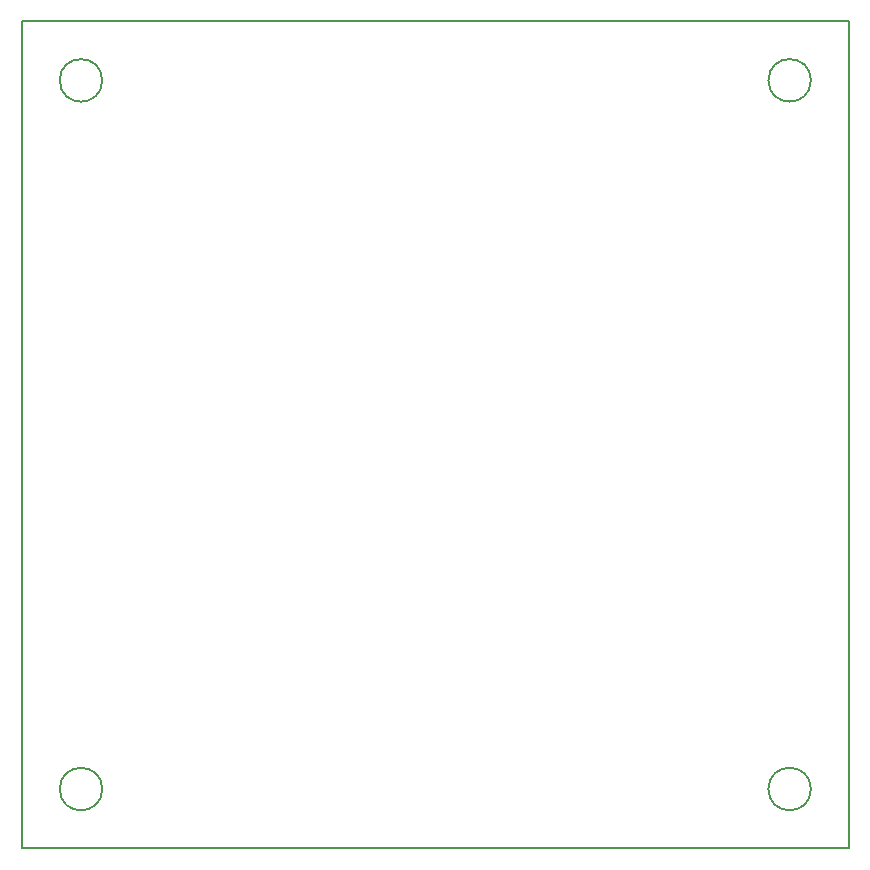
<source format=gbr>
G04 #@! TF.GenerationSoftware,KiCad,Pcbnew,5.0.2+dfsg1-1*
G04 #@! TF.CreationDate,2019-08-06T01:46:58+02:00*
G04 #@! TF.ProjectId,ceiling-light-dimmable,6365696c-696e-4672-9d6c-696768742d64,v1.1.0*
G04 #@! TF.SameCoordinates,Original*
G04 #@! TF.FileFunction,Profile,NP*
%FSLAX46Y46*%
G04 Gerber Fmt 4.6, Leading zero omitted, Abs format (unit mm)*
G04 Created by KiCad (PCBNEW 5.0.2+dfsg1-1) date Tue 06 Aug 2019 01:46:58 AM CEST*
%MOMM*%
%LPD*%
G01*
G04 APERTURE LIST*
%ADD10C,0.200000*%
G04 APERTURE END LIST*
D10*
X95275000Y-29900000D02*
G75*
G03X95275000Y-29900000I-1800000J0D01*
G01*
X95275000Y-89900000D02*
G75*
G03X95275000Y-89900000I-1800000J0D01*
G01*
X35275000Y-89900000D02*
G75*
G03X35275000Y-89900000I-1800000J0D01*
G01*
X35275000Y-29900000D02*
G75*
G03X35275000Y-29900000I-1800000J0D01*
G01*
X28475000Y-24900000D02*
X28475000Y-94900000D01*
X28475000Y-94900000D02*
X98475000Y-94900000D01*
X98475000Y-24900000D02*
X98475000Y-94900000D01*
X28475000Y-24900000D02*
X98475000Y-24900000D01*
M02*

</source>
